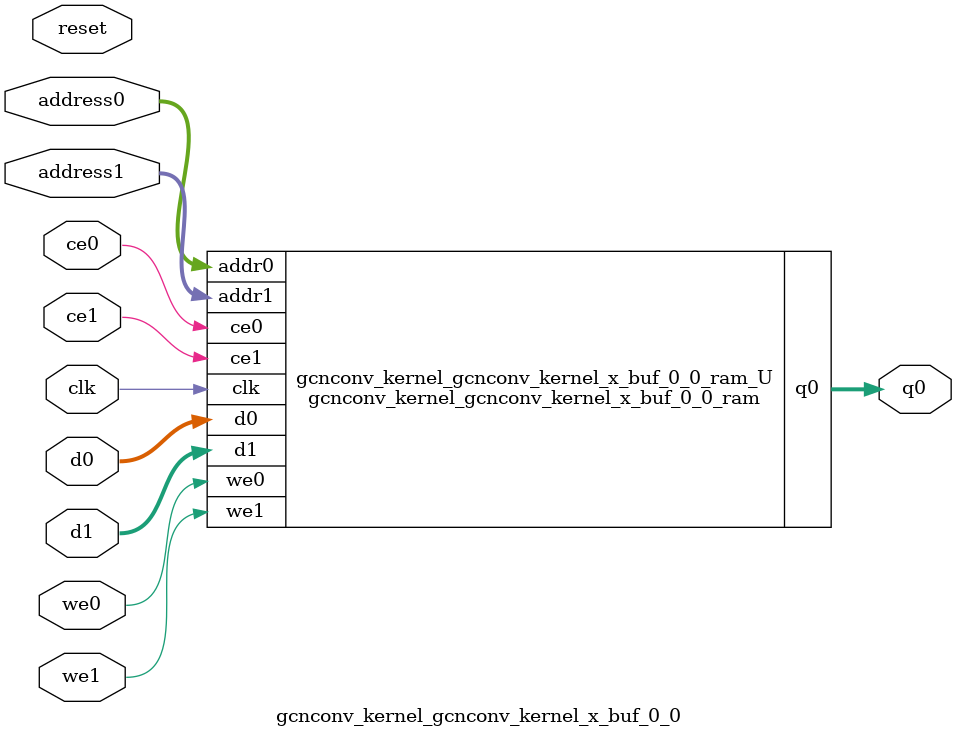
<source format=v>
`timescale 1 ns / 1 ps
module gcnconv_kernel_gcnconv_kernel_x_buf_0_0_ram (addr0, ce0, d0, we0, q0, addr1, ce1, d1, we1,  clk);

parameter DWIDTH = 32;
parameter AWIDTH = 6;
parameter MEM_SIZE = 63;

input[AWIDTH-1:0] addr0;
input ce0;
input[DWIDTH-1:0] d0;
input we0;
output reg[DWIDTH-1:0] q0;
input[AWIDTH-1:0] addr1;
input ce1;
input[DWIDTH-1:0] d1;
input we1;
input clk;

(* ram_style = "block" *)reg [DWIDTH-1:0] ram[0:MEM_SIZE-1];




always @(posedge clk)  
begin 
    if (ce0) 
    begin
        if (we0) 
        begin 
            ram[addr0] <= d0; 
        end 
        q0 <= ram[addr0];
    end
end


always @(posedge clk)  
begin 
    if (ce1) 
    begin
        if (we1) 
        begin 
            ram[addr1] <= d1; 
        end 
    end
end


endmodule

`timescale 1 ns / 1 ps
module gcnconv_kernel_gcnconv_kernel_x_buf_0_0(
    reset,
    clk,
    address0,
    ce0,
    we0,
    d0,
    q0,
    address1,
    ce1,
    we1,
    d1);

parameter DataWidth = 32'd32;
parameter AddressRange = 32'd63;
parameter AddressWidth = 32'd6;
input reset;
input clk;
input[AddressWidth - 1:0] address0;
input ce0;
input we0;
input[DataWidth - 1:0] d0;
output[DataWidth - 1:0] q0;
input[AddressWidth - 1:0] address1;
input ce1;
input we1;
input[DataWidth - 1:0] d1;



gcnconv_kernel_gcnconv_kernel_x_buf_0_0_ram gcnconv_kernel_gcnconv_kernel_x_buf_0_0_ram_U(
    .clk( clk ),
    .addr0( address0 ),
    .ce0( ce0 ),
    .we0( we0 ),
    .d0( d0 ),
    .q0( q0 ),
    .addr1( address1 ),
    .ce1( ce1 ),
    .we1( we1 ),
    .d1( d1 ));

endmodule


</source>
